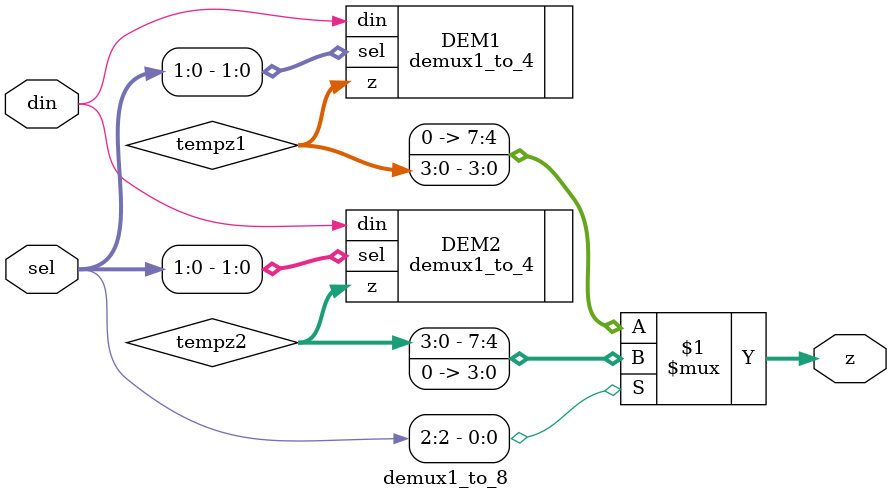
<source format=v>

`timescale 1ns/1ns

module demux1_to_8(/*AUTOARG*/
   // Outputs
   z,
   // Inputs
   din, sel
   );
   input din;
   input [2:0] sel;
   output [7:0] z;
   
/*AUTOREG*/ 
/*AUTOWIRE*/

   wire [3:0] 	tempz1;
   wire [3:0] 	tempz2;
   
demux1_to_4 DEM1 (/*AUTOINST*/
		  // Outputs
		  .z			(tempz1[3:0]),
		  // Inputs
		  .din			(din),
		  .sel			(sel[1:0])); 
demux1_to_4 DEM2 (/*AUTOINST*/
		  // Outputs
		  .z			(tempz2[3:0]),
		  // Inputs
		  .din			(din),
		  .sel			(sel[1:0]));
   
   assign z = sel[2] ? {tempz2,4'h0} : {4'h0,tempz1};
   
endmodule 
// Local Variables: 
// verilog-library-directories:("~/Projects/FPGA_Projects/iVerilog/design/*") 
// End:

</source>
